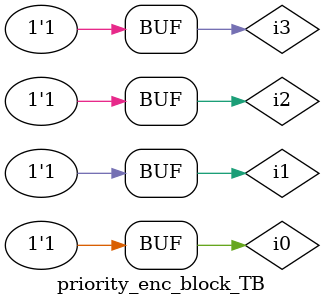
<source format=v>
module priority_enc_block(i0,i1,i2,i3,s0,s1,valid);
input i0,i1,i2,i3;
output reg s0,s1;
output reg valid;
always @(*) begin
valid = 1'b1;

//i3 input selected
if (i3) begin
s1=1'b1;
s0=1'b1;
end

//i2 input selected
else if(i2) begin
s1=1'b1;
s0=1'b0;
end

//i1 input selected
else if(i1) begin
s1=1'b0;
s0=1'b1;
end

//i0 input selected
else if(i0) begin
s1=1'b0;
s0=1'b0;
end

//valid bit is low
else begin
s1=1'b0;
s0=1'b0;
valid=1'b0;
end

end
endmodule

module priority_enc_block_TB();
reg i0,i1,i2,i3;
wire s0,s1,valid;

priority_enc_block uut( .i0(i0), .i1(i1), .i2(i2), .i3(i3), .s0(s0), .s1(s1), .valid(valid));

initial begin
$display("---- 4:2 Priority Encoder Verification Started ----");
//No inputs active
i0=0;i1=0;i2=0;i3=0; #20;

//Single input active cases
i0=1;i1=0;i2=0;i3=0; #20;
i0=0;i1=1;i2=0;i3=0; #20;
i0=0;i1=0;i2=1;i3=0; #20;
i0=0;i1=0;i2=0;i3=1; #20;

//Priority Tests
i0=1;i1=1;i2=0;i3=0; #20;
i0=1;i1=0;i2=1;i3=0; #20;
i0=1;i1=1;i2=1;i3=0; #20;
i0=0;i1=1;i2=0;i3=1; #20;
i0=0;i1=0;i2=1;i3=1; #20;
i0=1;i1=1;i2=1;i3=1; #20;
end
endmodule

</source>
